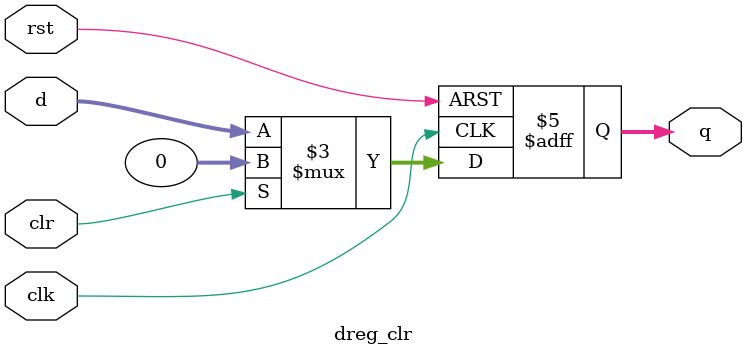
<source format=v>
`timescale 1ns / 1ps

module dreg_clr # (parameter WIDTH = 32) (
        input  wire             clk,
        input  wire             rst,
        input  wire             clr,
        input  wire [WIDTH-1:0] d,
        output reg  [WIDTH-1:0] q
    );

    always @ (posedge clk, posedge rst) begin
        if (rst)        q <= 0;
        else if (clr)   q <= 0;
        else            q <= d;
    end
endmodule


</source>
